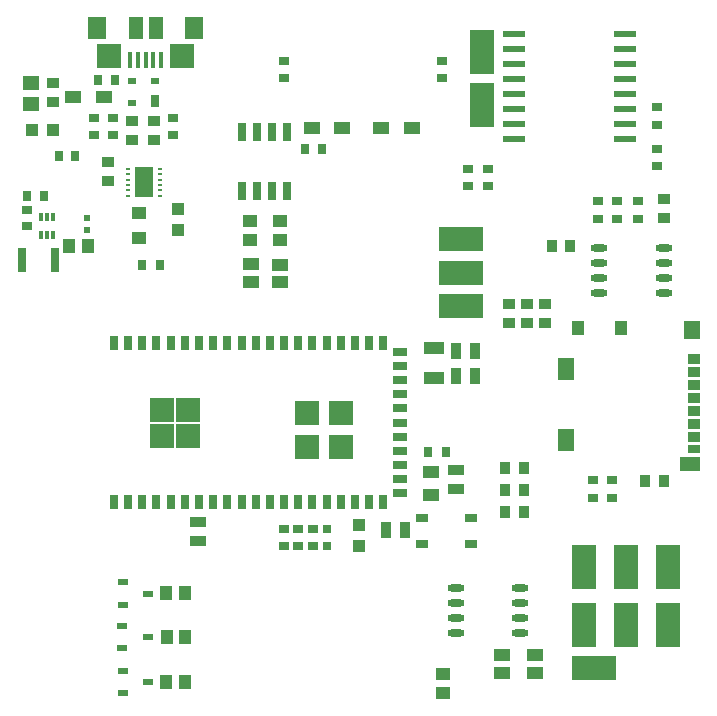
<source format=gtp>
G04*
G04 #@! TF.GenerationSoftware,Altium Limited,Altium Designer,19.0.10 (269)*
G04*
G04 Layer_Color=8421504*
%FSLAX44Y44*%
%MOMM*%
G71*
G01*
G75*
%ADD22R,0.8000X2.0000*%
%ADD23R,0.9000X1.0000*%
%ADD24R,0.9000X0.7000*%
%ADD25R,1.4000X1.0000*%
%ADD26R,3.8000X2.0300*%
%ADD27R,2.0300X3.8000*%
%ADD28R,0.8020X1.5050*%
%ADD29R,0.3000X0.6700*%
%ADD30R,0.8500X0.6000*%
%ADD31R,0.8000X0.9000*%
%ADD32R,0.9000X0.8000*%
%ADD33R,0.4000X1.3500*%
%ADD34R,2.1000X2.0000*%
%ADD35R,1.6000X1.9000*%
%ADD36R,1.2000X1.9000*%
%ADD37R,2.0000X2.0000*%
%ADD38R,1.2000X0.7000*%
%ADD39R,0.7000X1.2000*%
%ADD40R,1.3500X0.9500*%
%ADD41R,1.0000X1.3000*%
%ADD42R,0.7000X0.9000*%
%ADD43R,0.7000X0.6000*%
%ADD44R,0.7000X1.0000*%
%ADD45R,0.5000X0.6000*%
%ADD46R,1.1000X1.1000*%
%ADD47R,1.0000X0.9000*%
%ADD48R,0.4000X0.2500*%
%ADD49R,1.6000X2.5000*%
%ADD50R,1.2000X1.1000*%
%ADD51R,1.1000X1.1000*%
%ADD52R,1.4500X1.1500*%
%ADD53R,1.4000X1.1000*%
%ADD54R,1.3000X1.0000*%
%ADD55R,1.9800X0.5300*%
%ADD56O,1.4500X0.6000*%
%ADD57R,1.8000X1.1700*%
%ADD58R,1.1000X0.7500*%
%ADD59R,1.1000X0.8500*%
%ADD60R,1.3500X1.5500*%
%ADD61R,1.0000X1.2000*%
%ADD62R,1.3500X1.9000*%
%ADD63R,1.8000X1.0000*%
%ADD64R,0.9500X1.3500*%
%ADD65R,1.4000X1.0500*%
%ADD66R,1.0500X0.6500*%
%ADD67R,0.8000X0.8000*%
D22*
X11400Y385318D02*
D03*
X39400D02*
D03*
D23*
X555116Y198120D02*
D03*
X539116D02*
D03*
X459868Y396748D02*
D03*
X475868D02*
D03*
X420498Y209296D02*
D03*
X436498D02*
D03*
X420498Y172212D02*
D03*
X436498D02*
D03*
X420498Y190754D02*
D03*
X436498D02*
D03*
D24*
X511302Y183762D02*
D03*
Y198762D02*
D03*
X495046Y183762D02*
D03*
Y198762D02*
D03*
X88900Y505094D02*
D03*
Y491094D02*
D03*
X139192Y505094D02*
D03*
Y491094D02*
D03*
X389382Y447668D02*
D03*
Y462668D02*
D03*
X405892Y447668D02*
D03*
Y462668D02*
D03*
X549402Y499484D02*
D03*
Y514484D02*
D03*
X533400Y434982D02*
D03*
Y419982D02*
D03*
X515366Y434982D02*
D03*
Y419982D02*
D03*
X499110Y434982D02*
D03*
Y419982D02*
D03*
X257810Y142868D02*
D03*
Y157868D02*
D03*
X245408Y142868D02*
D03*
Y157868D02*
D03*
X233172Y142868D02*
D03*
Y157868D02*
D03*
D25*
X315930Y497078D02*
D03*
X341930D02*
D03*
X282748Y497358D02*
D03*
X256748D02*
D03*
X80818Y523476D02*
D03*
X54818D02*
D03*
D26*
X496062Y40132D02*
D03*
X383540Y402844D02*
D03*
Y374396D02*
D03*
Y345948D02*
D03*
D27*
X522986Y125730D02*
D03*
X487426D02*
D03*
Y75946D02*
D03*
X558546Y125730D02*
D03*
X522986Y75946D02*
D03*
X558546D02*
D03*
X400812Y516128D02*
D03*
X401320Y561268D02*
D03*
D28*
X197866Y443909D02*
D03*
X210566Y443904D02*
D03*
X235966Y443909D02*
D03*
X223266D02*
D03*
X197866Y493864D02*
D03*
X235966D02*
D03*
X210566D02*
D03*
X223266D02*
D03*
D29*
X37686Y421640D02*
D03*
X32686D02*
D03*
X27686D02*
D03*
X37686Y406840D02*
D03*
X32686D02*
D03*
X27686D02*
D03*
D30*
X96692Y37694D02*
D03*
Y18694D02*
D03*
X118192Y28194D02*
D03*
X96692Y112370D02*
D03*
Y93370D02*
D03*
X118192Y102870D02*
D03*
X96520Y75388D02*
D03*
Y56388D02*
D03*
X118020Y65888D02*
D03*
D31*
X265572Y479298D02*
D03*
X251572D02*
D03*
X29860Y439854D02*
D03*
X15860D02*
D03*
X56784Y473202D02*
D03*
X42784D02*
D03*
D32*
X233426Y553750D02*
D03*
Y539750D02*
D03*
X16002Y413736D02*
D03*
Y427736D02*
D03*
X72644Y491094D02*
D03*
Y505094D02*
D03*
X367538Y539466D02*
D03*
Y553466D02*
D03*
X549402Y465186D02*
D03*
Y479186D02*
D03*
D33*
X103344Y554788D02*
D03*
X109844D02*
D03*
X116344D02*
D03*
X122844D02*
D03*
X129344D02*
D03*
D34*
X85344Y558038D02*
D03*
X147344Y558038D02*
D03*
D35*
X75344Y581538D02*
D03*
X157344D02*
D03*
D36*
X107844D02*
D03*
X124844D02*
D03*
D37*
X130158Y258152D02*
D03*
X152338D02*
D03*
X130158Y236332D02*
D03*
X152338D02*
D03*
X252718Y256092D02*
D03*
X281268D02*
D03*
X252718Y226852D02*
D03*
X281268D02*
D03*
D38*
X331818Y199666D02*
D03*
Y307666D02*
D03*
Y295666D02*
D03*
Y283666D02*
D03*
Y271666D02*
D03*
Y259666D02*
D03*
Y247666D02*
D03*
Y235666D02*
D03*
Y223666D02*
D03*
Y211666D02*
D03*
Y187666D02*
D03*
D39*
X89408Y314706D02*
D03*
X101408D02*
D03*
X113408D02*
D03*
X125408D02*
D03*
X137408D02*
D03*
X149408D02*
D03*
X161408D02*
D03*
X173408D02*
D03*
X185408D02*
D03*
X197408D02*
D03*
X209408D02*
D03*
X221408D02*
D03*
X233408D02*
D03*
X245408D02*
D03*
X257408D02*
D03*
X269408D02*
D03*
X281408D02*
D03*
X293408D02*
D03*
X305408D02*
D03*
X317408D02*
D03*
Y180706D02*
D03*
X305408D02*
D03*
X293408D02*
D03*
X281408D02*
D03*
X269408D02*
D03*
X257408D02*
D03*
X245408D02*
D03*
X233408D02*
D03*
X221408D02*
D03*
X209408D02*
D03*
X197408D02*
D03*
X185408D02*
D03*
X173408D02*
D03*
X161408D02*
D03*
X149408D02*
D03*
X137408D02*
D03*
X125408D02*
D03*
X113408D02*
D03*
X101408D02*
D03*
X89408D02*
D03*
D40*
X160782Y163194D02*
D03*
Y147194D02*
D03*
X378968Y207666D02*
D03*
Y191666D02*
D03*
D41*
X67690Y397256D02*
D03*
X51690D02*
D03*
X133478Y103378D02*
D03*
X149478D02*
D03*
X133908Y66294D02*
D03*
X149908D02*
D03*
X133732Y27940D02*
D03*
X149732D02*
D03*
D42*
X90312Y537464D02*
D03*
X76312D02*
D03*
X113404Y380746D02*
D03*
X128404D02*
D03*
X370212Y222758D02*
D03*
X355212D02*
D03*
D43*
X104300Y517804D02*
D03*
Y536804D02*
D03*
X124300D02*
D03*
D44*
Y519804D02*
D03*
D45*
X66476Y420544D02*
D03*
Y410544D02*
D03*
D46*
X143510Y428608D02*
D03*
Y410608D02*
D03*
X296672Y161146D02*
D03*
Y143146D02*
D03*
D47*
X84328Y452248D02*
D03*
Y468248D02*
D03*
X104902Y502792D02*
D03*
Y486792D02*
D03*
X37592Y519304D02*
D03*
Y535304D02*
D03*
X123444Y502792D02*
D03*
Y486792D02*
D03*
X555116Y420752D02*
D03*
Y436752D02*
D03*
X454660Y331598D02*
D03*
Y347598D02*
D03*
X439420Y331598D02*
D03*
Y347598D02*
D03*
X424180Y331598D02*
D03*
Y347598D02*
D03*
D48*
X101054Y462354D02*
D03*
Y457854D02*
D03*
Y453354D02*
D03*
Y448854D02*
D03*
Y444354D02*
D03*
Y439854D02*
D03*
X128054D02*
D03*
Y444354D02*
D03*
Y448854D02*
D03*
Y453354D02*
D03*
Y457854D02*
D03*
Y462354D02*
D03*
D49*
X114554Y451104D02*
D03*
D50*
X110998Y404028D02*
D03*
Y425028D02*
D03*
D51*
X19956Y495554D02*
D03*
X37956D02*
D03*
D52*
X19050Y517288D02*
D03*
Y535288D02*
D03*
D53*
X205232Y366896D02*
D03*
Y381896D02*
D03*
X229616Y366254D02*
D03*
Y381254D02*
D03*
X445591Y35934D02*
D03*
Y50934D02*
D03*
X417718Y35934D02*
D03*
Y50934D02*
D03*
D54*
X204978Y401956D02*
D03*
Y417956D02*
D03*
X230378Y401956D02*
D03*
Y417956D02*
D03*
X368404Y18622D02*
D03*
Y34622D02*
D03*
D55*
X521830Y525526D02*
D03*
Y538226D02*
D03*
Y550926D02*
D03*
Y563626D02*
D03*
Y576326D02*
D03*
Y512826D02*
D03*
Y500026D02*
D03*
Y487426D02*
D03*
X428130D02*
D03*
Y500126D02*
D03*
Y512826D02*
D03*
Y525526D02*
D03*
Y538226D02*
D03*
Y550926D02*
D03*
Y563626D02*
D03*
Y576326D02*
D03*
D56*
X554808Y357378D02*
D03*
Y370078D02*
D03*
Y382778D02*
D03*
Y395478D02*
D03*
X500308Y357378D02*
D03*
Y370078D02*
D03*
Y382778D02*
D03*
Y395478D02*
D03*
X433396Y69850D02*
D03*
Y82550D02*
D03*
Y95250D02*
D03*
Y107950D02*
D03*
X378896Y69850D02*
D03*
Y82550D02*
D03*
Y95250D02*
D03*
Y107950D02*
D03*
D57*
X576913Y212781D02*
D03*
D58*
X580413Y224881D02*
D03*
D59*
Y235381D02*
D03*
Y246381D02*
D03*
Y257381D02*
D03*
Y268381D02*
D03*
Y279381D02*
D03*
Y290381D02*
D03*
Y301381D02*
D03*
D60*
X579163Y325981D02*
D03*
D61*
X481913Y327731D02*
D03*
X518913D02*
D03*
D62*
X472163Y292731D02*
D03*
Y233031D02*
D03*
D63*
X360172Y285442D02*
D03*
Y310442D02*
D03*
D64*
X394842Y308356D02*
D03*
X378842D02*
D03*
X394842Y287274D02*
D03*
X378842D02*
D03*
X335914Y156972D02*
D03*
X319914D02*
D03*
D65*
X357632Y205588D02*
D03*
Y186588D02*
D03*
D66*
X392098Y166452D02*
D03*
X350598D02*
D03*
Y144952D02*
D03*
X392098D02*
D03*
D67*
X270002Y157868D02*
D03*
Y142868D02*
D03*
M02*

</source>
